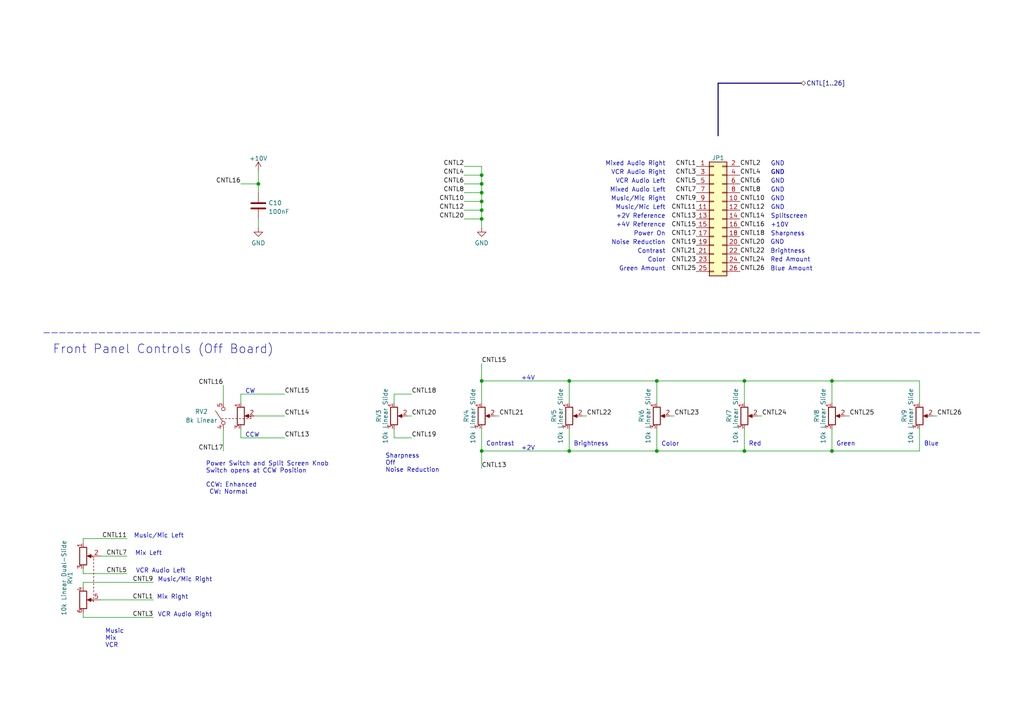
<source format=kicad_sch>
(kicad_sch (version 20211123) (generator eeschema)
  (paper "A4")
  (title_block (title "Front Panel Controls") (date "2023-07-23") (rev "4"))
  (lib_symbols
    (symbol "Connector_Generic:Conn_02x13_Odd_Even" (pin_names (offset 1.016) hide)
      (property "Reference" "J" (at 1.27 17.78 0))
      (property "Value" "Conn_02x13_Odd_Even" (at 1.27 -17.78 0))
      (symbol "Conn_02x13_Odd_Even_1_1"
        (rectangle (start -1.27 -15.113) (end 0 -15.367) (stroke (width 0.1524)))
        (rectangle (start -1.27 -12.573) (end 0 -12.827) (stroke (width 0.1524)))
        (rectangle (start -1.27 -10.033) (end 0 -10.287) (stroke (width 0.1524)))
        (rectangle (start -1.27 -7.493) (end 0 -7.747) (stroke (width 0.1524)))
        (rectangle (start -1.27 -4.953) (end 0 -5.207) (stroke (width 0.1524)))
        (rectangle (start -1.27 -2.413) (end 0 -2.667) (stroke (width 0.1524)))
        (rectangle (start -1.27 0.127) (end 0 -0.127) (stroke (width 0.1524)))
        (rectangle (start -1.27 2.667) (end 0 2.413) (stroke (width 0.1524)))
        (rectangle (start -1.27 5.207) (end 0 4.953) (stroke (width 0.1524)))
        (rectangle (start -1.27 7.747) (end 0 7.493) (stroke (width 0.1524)))
        (rectangle (start -1.27 10.287) (end 0 10.033) (stroke (width 0.1524)))
        (rectangle (start -1.27 12.827) (end 0 12.573) (stroke (width 0.1524)))
        (rectangle (start -1.27 15.367) (end 0 15.113) (stroke (width 0.1524)))
        (rectangle (start -1.27 16.51) (end 3.81 -16.51) (stroke (width 0.254)) (fill (type background)))
        (rectangle (start 3.81 -15.113) (end 2.54 -15.367) (stroke (width 0.1524)))
        (rectangle (start 3.81 -12.573) (end 2.54 -12.827) (stroke (width 0.1524)))
        (rectangle (start 3.81 -10.033) (end 2.54 -10.287) (stroke (width 0.1524)))
        (rectangle (start 3.81 -7.493) (end 2.54 -7.747) (stroke (width 0.1524)))
        (rectangle (start 3.81 -4.953) (end 2.54 -5.207) (stroke (width 0.1524)))
        (rectangle (start 3.81 -2.413) (end 2.54 -2.667) (stroke (width 0.1524)))
        (rectangle (start 3.81 0.127) (end 2.54 -0.127) (stroke (width 0.1524)))
        (rectangle (start 3.81 2.667) (end 2.54 2.413) (stroke (width 0.1524)))
        (rectangle (start 3.81 5.207) (end 2.54 4.953) (stroke (width 0.1524)))
        (rectangle (start 3.81 7.747) (end 2.54 7.493) (stroke (width 0.1524)))
        (rectangle (start 3.81 10.287) (end 2.54 10.033) (stroke (width 0.1524)))
        (rectangle (start 3.81 12.827) (end 2.54 12.573) (stroke (width 0.1524)))
        (rectangle (start 3.81 15.367) (end 2.54 15.113) (stroke (width 0.1524)))
        (pin passive line (at -5.08 15.24 0) (length 3.81) (name "Pin_1") (number "1"))
        (pin passive line (at 7.62 5.08 180) (length 3.81) (name "Pin_10") (number "10"))
        (pin passive line (at -5.08 2.54 0) (length 3.81) (name "Pin_11") (number "11"))
        (pin passive line (at 7.62 2.54 180) (length 3.81) (name "Pin_12") (number "12"))
        (pin passive line (at -5.08 0 0) (length 3.81) (name "Pin_13") (number "13"))
        (pin passive line (at 7.62 0 180) (length 3.81) (name "Pin_14") (number "14"))
        (pin passive line (at -5.08 -2.54 0) (length 3.81) (name "Pin_15") (number "15"))
        (pin passive line (at 7.62 -2.54 180) (length 3.81) (name "Pin_16") (number "16"))
        (pin passive line (at -5.08 -5.08 0) (length 3.81) (name "Pin_17") (number "17"))
        (pin passive line (at 7.62 -5.08 180) (length 3.81) (name "Pin_18") (number "18"))
        (pin passive line (at -5.08 -7.62 0) (length 3.81) (name "Pin_19") (number "19"))
        (pin passive line (at 7.62 15.24 180) (length 3.81) (name "Pin_2") (number "2"))
        (pin passive line (at 7.62 -7.62 180) (length 3.81) (name "Pin_20") (number "20"))
        (pin passive line (at -5.08 -10.16 0) (length 3.81) (name "Pin_21") (number "21"))
        (pin passive line (at 7.62 -10.16 180) (length 3.81) (name "Pin_22") (number "22"))
        (pin passive line (at -5.08 -12.7 0) (length 3.81) (name "Pin_23") (number "23"))
        (pin passive line (at 7.62 -12.7 180) (length 3.81) (name "Pin_24") (number "24"))
        (pin passive line (at -5.08 -15.24 0) (length 3.81) (name "Pin_25") (number "25"))
        (pin passive line (at 7.62 -15.24 180) (length 3.81) (name "Pin_26") (number "26"))
        (pin passive line (at -5.08 12.7 0) (length 3.81) (name "Pin_3") (number "3"))
        (pin passive line (at 7.62 12.7 180) (length 3.81) (name "Pin_4") (number "4"))
        (pin passive line (at -5.08 10.16 0) (length 3.81) (name "Pin_5") (number "5"))
        (pin passive line (at 7.62 10.16 180) (length 3.81) (name "Pin_6") (number "6"))
        (pin passive line (at -5.08 7.62 0) (length 3.81) (name "Pin_7") (number "7"))
        (pin passive line (at 7.62 7.62 180) (length 3.81) (name "Pin_8") (number "8"))
        (pin passive line (at -5.08 5.08 0) (length 3.81) (name "Pin_9") (number "9"))
      )
    )
    (symbol "Device:C" (pin_numbers hide) (pin_names (offset 0.254))
      (property "Reference" "C" (at 0.635 2.54 0))
      (property "Value" "C" (at 0.635 -2.54 0))
      (symbol "C_0_1"
        (polyline (pts (xy -2.032 -0.762) (xy 2.032 -0.762)) (stroke (width 0.508)))
        (polyline (pts (xy -2.032 0.762) (xy 2.032 0.762)) (stroke (width 0.508)))
      )
      (symbol "C_1_1"
        (pin passive line (at 0 3.81 270) (length 2.794) (name "~") (number "1"))
        (pin passive line (at 0 -3.81 90) (length 2.794) (name "~") (number "2"))
      )
    )
    (symbol "Device:R_Potentiometer" (pin_names (offset 1.016) hide)
      (property "Reference" "RV" (at -4.445 0 90))
      (property "Value" "R_Potentiometer" (at -2.54 0 90))
      (symbol "R_Potentiometer_0_1"
        (polyline (pts (xy 2.54 0) (xy 1.524 0)))
        (polyline (pts (xy 1.143 0) (xy 2.286 0.508) (xy 2.286 -0.508) (xy 1.143 0)) (fill (type outline)))
        (rectangle (start 1.016 2.54) (end -1.016 -2.54) (stroke (width 0.254)))
      )
      (symbol "R_Potentiometer_1_1"
        (pin passive line (at 0 3.81 270) (length 1.27) (name "1") (number "1"))
        (pin passive line (at 3.81 0 180) (length 1.27) (name "2") (number "2"))
        (pin passive line (at 0 -3.81 90) (length 1.27) (name "3") (number "3"))
      )
    )
    (symbol "Device:R_Potentiometer_Dual" (pin_names (offset 1.016) hide)
      (property "Reference" "RV" (at 0 3.81 0))
      (property "Value" "R_Potentiometer_Dual" (at 0 1.905 0))
      (symbol "R_Potentiometer_Dual_0_1"
        (rectangle (start -8.89 -1.524) (end -3.81 -3.556) (stroke (width 0.254)))
        (polyline (pts (xy -6.35 0) (xy -6.35 -1.016)))
        (polyline (pts (xy -6.35 0) (xy -6.35 -1.016)))
        (polyline (pts (xy -6.35 0) (xy -5.842 0.508)))
        (polyline (pts (xy -5.588 0.508) (xy -5.08 0.508)))
        (polyline (pts (xy -4.572 0.508) (xy -4.064 0.508)))
        (polyline (pts (xy -3.556 0.508) (xy -3.048 0.508)))
        (polyline (pts (xy -2.54 0.508) (xy -2.032 0.508)))
        (polyline (pts (xy -1.524 0.508) (xy -1.016 0.508)))
        (polyline (pts (xy -0.508 0.508) (xy 0 0.508)))
        (polyline (pts (xy 0.508 0.508) (xy 1.016 0.508)))
        (polyline (pts (xy 1.524 0.508) (xy 2.032 0.508)))
        (polyline (pts (xy 2.54 0.508) (xy 3.048 0.508)))
        (polyline (pts (xy 3.556 0.508) (xy 4.064 0.508)))
        (polyline (pts (xy 4.572 0.508) (xy 5.08 0.508)))
        (polyline (pts (xy 5.588 0.508) (xy 6.096 0.508)))
        (polyline (pts (xy 6.35 0) (xy 6.35 -1.016)))
        (polyline (pts (xy 6.35 0) (xy 6.35 -1.016)))
        (polyline (pts (xy 6.604 0.508) (xy 6.858 0.508) (xy 6.35 0)))
        (polyline (pts (xy -6.35 -1.397) (xy -6.858 -0.254) (xy -5.842 -0.254) (xy -6.35 -1.397)) (fill (type outline)))
        (polyline (pts (xy 6.35 -1.397) (xy 5.842 -0.254) (xy 6.858 -0.254) (xy 6.35 -1.397)) (fill (type outline)))
        (rectangle (start 3.81 -1.524) (end 8.89 -3.556) (stroke (width 0.254)))
      )
      (symbol "R_Potentiometer_Dual_1_1"
        (pin passive line (at -10.16 -2.54 0) (length 1.27) (name "1") (number "1"))
        (pin passive line (at -6.35 2.54 270) (length 2.54) (name "2") (number "2"))
        (pin passive line (at -2.54 -2.54 180) (length 1.27) (name "3") (number "3"))
        (pin passive line (at 2.54 -2.54 0) (length 1.27) (name "4") (number "4"))
        (pin passive line (at 6.35 2.54 270) (length 2.54) (name "5") (number "5"))
        (pin passive line (at 10.16 -2.54 180) (length 1.27) (name "6") (number "6"))
      )
    )
    (symbol "Videonics Proceessor Plus:R_Potentiometer_With_Switch" (pin_names hide)
      (property "Reference" "RV" (at -7.62 0 90))
      (property "Value" "R_Potentiometer_With_Switch" (at -6.35 0 90))
      (symbol "R_Potentiometer_With_Switch_0_1"
        (circle (center -2.54 -2.032) (radius 0.508) (stroke (width 0.1524)))
        (circle (center -2.54 2.032) (radius 0.508) (stroke (width 0.1524)))
        (polyline (pts (xy -2.794 -1.524) (xy -4.826 1.524)) (stroke (width 0.1524)))
        (polyline (pts (xy -2.54 -0.762) (xy -3.048 -0.762)) (stroke (width 0.1524)))
        (polyline (pts (xy -1.524 -0.762) (xy -2.032 -0.762)) (stroke (width 0.1524)))
        (polyline (pts (xy -0.508 -0.762) (xy -1.016 -0.762)) (stroke (width 0.1524)))
        (polyline (pts (xy 0.508 -0.762) (xy 0 -0.762)) (stroke (width 0.1524)))
        (polyline (pts (xy 1.524 -0.762) (xy 1.016 -0.762)) (stroke (width 0.1524)))
        (polyline (pts (xy 2.54 -0.762) (xy 2.032 -0.762)) (stroke (width 0.1524)))
        (polyline (pts (xy 3.556 -0.762) (xy 3.048 -0.762)) (stroke (width 0.1524)))
        (polyline (pts (xy 4.572 -0.762) (xy 4.064 -0.762)) (stroke (width 0.1524)))
        (polyline (pts (xy 5.08 0) (xy 5.588 -0.508)) (stroke (width 0.1524)))
        (polyline (pts (xy 5.588 -0.762) (xy 5.08 -0.762)) (stroke (width 0.1524)))
        (polyline (pts (xy 6.35 0) (xy 4.826 0)))
        (polyline (pts (xy 3.683 0) (xy 4.826 0.508) (xy 4.826 -0.508) (xy 3.683 0)) (fill (type outline)))
        (rectangle (start 3.556 2.54) (end 1.524 -2.54) (stroke (width 0.254)))
      )
      (symbol "R_Potentiometer_With_Switch_1_1"
        (pin passive line (at 2.54 3.81 270) (length 1.27) (name "1") (number "1"))
        (pin passive line (at 6.35 0 180) (length 1.27) (name "2") (number "2"))
        (pin passive line (at 2.54 -3.81 90) (length 1.27) (name "3") (number "3"))
        (pin passive line (at -2.54 -3.81 90) (length 1.27) (name "4") (number "4"))
        (pin passive line (at -2.54 3.81 270) (length 1.27) (name "5") (number "5"))
      )
    )
    (symbol "power:+10V" (power) (pin_names (offset 0))
      (property "Value" "+10V" (at 0 3.556 0))
      (symbol "+10V_0_1"
        (polyline (pts (xy -0.762 1.27) (xy 0 2.54)))
        (polyline (pts (xy 0 0) (xy 0 2.54)))
        (polyline (pts (xy 0 2.54) (xy 0.762 1.27)))
      )
      (symbol "+10V_1_1"
        (pin power_in line (at 0 0 90) (length 0) hide (name "+10V") (number "1"))
      )
    )
    (symbol "power:GND" (power) (pin_names (offset 0))
      (property "Value" "GND" (at 0 -3.81 0))
      (symbol "GND_0_1"
        (polyline (pts (xy 0 0) (xy 0 -1.27) (xy 1.27 -1.27) (xy 0 -2.54) (xy -1.27 -1.27) (xy 0 -1.27)))
      )
      (symbol "GND_1_1"
        (pin power_in line (at 0 0 270) (length 0) hide (name "GND") (number "1"))
      )
    )
  )
  (bus_alias "FRONT_PANEL" (members "SPLIT_SCREEN" "SHARP_NR" "CONTRAST" "COLOR" "RED" "GREEN" "BLUE" "POWER_ON"))
  (junction (at 165.1 130.81))
  (junction (at 241.3 130.81))
  (junction (at 139.7 53.34))
  (junction (at 139.7 55.88))
  (junction (at 241.3 110.49))
  (junction (at 139.7 50.8))
  (junction (at 74.93 53.34))
  (junction (at 190.5 130.81))
  (junction (at 139.7 110.49))
  (junction (at 190.5 110.49))
  (junction (at 165.1 110.49))
  (junction (at 139.7 60.96))
  (junction (at 215.9 110.49))
  (junction (at 139.7 58.42))
  (junction (at 139.7 63.5))
  (junction (at 139.7 130.81))
  (junction (at 215.9 130.81))
  (wire (pts (xy 24.13 156.21) (xy 36.83 156.21)))
  (wire (pts (xy 241.3 116.84) (xy 241.3 110.49)))
  (wire (pts (xy 215.9 110.49) (xy 241.3 110.49)))
  (bus (pts (xy 208.28 24.13) (xy 232.41 24.13)))
  (wire (pts (xy 134.62 60.96) (xy 139.7 60.96)))
  (wire (pts (xy 190.5 110.49) (xy 190.5 116.84)))
  (wire (pts (xy 24.13 168.91) (xy 44.45 168.91)))
  (wire (pts (xy 165.1 110.49) (xy 165.1 116.84)))
  (wire (pts (xy 219.71 120.65) (xy 220.98 120.65)))
  (wire (pts (xy 24.13 166.37) (xy 36.83 166.37)))
  (wire (pts (xy 64.77 111.76) (xy 64.77 116.84)))
  (wire (pts (xy 215.9 130.81) (xy 241.3 130.81)))
  (wire (pts (xy 29.21 173.99) (xy 44.45 173.99)))
  (wire (pts (xy 190.5 124.46) (xy 190.5 130.81)))
  (wire (pts (xy 134.62 58.42) (xy 139.7 58.42)))
  (wire (pts (xy 64.77 124.46) (xy 64.77 130.81)))
  (wire (pts (xy 168.91 120.65) (xy 170.18 120.65)))
  (wire (pts (xy 165.1 110.49) (xy 190.5 110.49)))
  (wire (pts (xy 134.62 55.88) (xy 139.7 55.88)))
  (wire (pts (xy 194.31 120.65) (xy 195.58 120.65)))
  (wire (pts (xy 139.7 53.34) (xy 139.7 55.88)))
  (polyline (pts (xy 12.7 96.52) (xy 284.48 96.52)))
  (wire (pts (xy 165.1 130.81) (xy 190.5 130.81)))
  (wire (pts (xy 114.3 116.84) (xy 114.3 114.3)))
  (wire (pts (xy 74.93 53.34) (xy 74.93 55.88)))
  (wire (pts (xy 73.66 120.65) (xy 82.55 120.65)))
  (wire (pts (xy 190.5 130.81) (xy 215.9 130.81)))
  (wire (pts (xy 139.7 130.81) (xy 139.7 135.89)))
  (wire (pts (xy 69.85 127) (xy 82.55 127)))
  (wire (pts (xy 139.7 110.49) (xy 139.7 116.84)))
  (wire (pts (xy 134.62 63.5) (xy 139.7 63.5)))
  (wire (pts (xy 69.85 53.34) (xy 74.93 53.34)))
  (wire (pts (xy 190.5 110.49) (xy 215.9 110.49)))
  (wire (pts (xy 143.51 120.65) (xy 144.78 120.65)))
  (wire (pts (xy 24.13 177.8) (xy 24.13 179.07)))
  (wire (pts (xy 74.93 63.5) (xy 74.93 66.04)))
  (wire (pts (xy 24.13 170.18) (xy 24.13 168.91)))
  (wire (pts (xy 69.85 116.84) (xy 69.85 114.3)))
  (wire (pts (xy 266.7 130.81) (xy 266.7 124.46)))
  (wire (pts (xy 69.85 124.46) (xy 69.85 127)))
  (wire (pts (xy 139.7 50.8) (xy 139.7 53.34)))
  (wire (pts (xy 74.93 49.53) (xy 74.93 53.34)))
  (wire (pts (xy 139.7 58.42) (xy 139.7 60.96)))
  (wire (pts (xy 139.7 110.49) (xy 165.1 110.49)))
  (wire (pts (xy 139.7 60.96) (xy 139.7 63.5)))
  (wire (pts (xy 270.51 120.65) (xy 271.78 120.65)))
  (wire (pts (xy 139.7 48.26) (xy 139.7 50.8)))
  (bus (pts (xy 208.28 24.13) (xy 208.28 39.37)))
  (wire (pts (xy 241.3 130.81) (xy 266.7 130.81)))
  (wire (pts (xy 24.13 157.48) (xy 24.13 156.21)))
  (wire (pts (xy 114.3 127) (xy 119.38 127)))
  (wire (pts (xy 134.62 53.34) (xy 139.7 53.34)))
  (wire (pts (xy 114.3 124.46) (xy 114.3 127)))
  (wire (pts (xy 245.11 120.65) (xy 246.38 120.65)))
  (wire (pts (xy 69.85 114.3) (xy 82.55 114.3)))
  (wire (pts (xy 139.7 130.81) (xy 165.1 130.81)))
  (wire (pts (xy 266.7 110.49) (xy 266.7 116.84)))
  (wire (pts (xy 134.62 48.26) (xy 139.7 48.26)))
  (wire (pts (xy 24.13 165.1) (xy 24.13 166.37)))
  (wire (pts (xy 241.3 124.46) (xy 241.3 130.81)))
  (wire (pts (xy 139.7 105.41) (xy 139.7 110.49)))
  (wire (pts (xy 29.21 161.29) (xy 36.83 161.29)))
  (wire (pts (xy 215.9 116.84) (xy 215.9 110.49)))
  (wire (pts (xy 134.62 50.8) (xy 139.7 50.8)))
  (wire (pts (xy 165.1 124.46) (xy 165.1 130.81)))
  (wire (pts (xy 139.7 55.88) (xy 139.7 58.42)))
  (wire (pts (xy 241.3 110.49) (xy 266.7 110.49)))
  (wire (pts (xy 139.7 63.5) (xy 139.7 66.04)))
  (wire (pts (xy 114.3 114.3) (xy 119.38 114.3)))
  (wire (pts (xy 139.7 124.46) (xy 139.7 130.81)))
  (wire (pts (xy 118.11 120.65) (xy 119.38 120.65)))
  (wire (pts (xy 24.13 179.07) (xy 44.45 179.07)))
  (wire (pts (xy 215.9 124.46) (xy 215.9 130.81)))
  (text "Mixed Audio Left" (at 193.04 55.88 180) (effects (font (size 1.27 1.27)) (justify right bottom)))
  (text "GND" (at 223.52 58.42 0) (effects (font (size 1.27 1.27)) (justify left bottom)))
  (text "Power On" (at 193.0341 68.5668 180) (effects (font (size 1.27 1.27)) (justify right bottom)))
  (text "+2V Reference" (at 193.04 63.5 180) (effects (font (size 1.27 1.27)) (justify right bottom)))
  (text "Music/Mic Left" (at 193.04 60.96 180) (effects (font (size 1.27 1.27)) (justify right bottom)))
  (text "Mixed Audio Right" (at 193.04 48.26 180) (effects (font (size 1.27 1.27)) (justify right bottom)))
  (text "GND" (at 223.52 48.26 0) (effects (font (size 1.27 1.27)) (justify left bottom)))
  (text "GND" (at 223.52 53.34 0) (effects (font (size 1.27 1.27)) (justify left bottom)))
  (text "+10V" (at 223.4743 66.0367 0) (effects (font (size 1.27 1.27)) (justify left bottom)))
  (text "GND" (at 223.52 50.8 0) (effects (font (size 1.27 1.27)) (justify left bottom)))
  (text "GND" (at 223.4273 71.0478 0) (effects (font (size 1.27 1.27)) (justify left bottom)))
  (text "VCR Audio Left" (at 193.0036 53.3229 180) (effects (font (size 1.27 1.27)) (justify right bottom)))
  (text "Green Amount" (at 193.0341 78.7392 180) (effects (font (size 1.27 1.27)) (justify right bottom)))
  (text "Front Panel Controls (Off Board)" (at 15.24 102.87 0) (effects (font (size 2.54 2.54)) (justify left bottom)))
  (text "Sharpness\nOff\nNoise Reduction" (at 111.76 137.16 0) (effects (font (size 1.27 1.27)) (justify left bottom)))
  (text "Music/Mic Right" (at 45.72 168.91 0) (effects (font (size 1.27 1.27)) (justify left bottom)))
  (text "Music\nMix\nVCR" (at 30.48 187.96 0) (effects (font (size 1.27 1.27)) (justify left bottom)))
  (text "Sharpness" (at 223.52 68.58 0) (effects (font (size 1.27 1.27)) (justify left bottom)))
  (text "Color" (at 193.0341 76.1754 180) (effects (font (size 1.27 1.27)) (justify right bottom)))
  (text "Splitscreen" (at 223.52 63.5 0) (effects (font (size 1.27 1.27)) (justify left bottom)))
  (text "+4V Reference" (at 193.0316 66.003 180) (effects (font (size 1.27 1.27)) (justify right bottom)))
  (text "Mix Left" (at 46.99 161.29 180) (effects (font (size 1.27 1.27)) (justify right bottom)))
  (text "Brightness" (at 223.4273 73.653 0) (effects (font (size 1.27 1.27)) (justify left bottom)))
  (text "GND" (at 223.52 50.8 0) (effects (font (size 1.27 1.27)) (justify left bottom)))
  (text "Noise Reduction" (at 193.04 71.12 180) (effects (font (size 1.27 1.27)) (justify right bottom)))
  (text "+2V" (at 151.13 130.81 0) (effects (font (size 1.27 1.27)) (justify left bottom)))
  (text "GND" (at 223.52 60.96 0) (effects (font (size 1.27 1.27)) (justify left bottom)))
  (text "+4V" (at 151.13 110.49 0) (effects (font (size 1.27 1.27)) (justify left bottom)))
  (text "Red" (at 217.139 129.54 0) (effects (font (size 1.27 1.27)) (justify left bottom)))
  (text "Contrast" (at 193.04 73.66 180) (effects (font (size 1.27 1.27)) (justify right bottom)))
  (text "Music/Mic Left" (at 53.34 156.21 180) (effects (font (size 1.27 1.27)) (justify right bottom)))
  (text "Red Amount" (at 223.4273 76.1341 0) (effects (font (size 1.27 1.27)) (justify left bottom)))
  (text "CCW\n" (at 71.12 127 0) (effects (font (size 1.27 1.27)) (justify left bottom)))
  (text "Green" (at 242.5287 129.54 0) (effects (font (size 1.27 1.27)) (justify left bottom)))
  (text "Brightness" (at 166.3597 129.54 0) (effects (font (size 1.27 1.27)) (justify left bottom)))
  (text "VCR Audio Right" (at 45.72 179.07 0) (effects (font (size 1.27 1.27)) (justify left bottom)))
  (text "Color" (at 191.7953 129.608 0) (effects (font (size 1.27 1.27)) (justify left bottom)))
  (text "Contrast" (at 140.97 129.54 0) (effects (font (size 1.27 1.27)) (justify left bottom)))
  (text "Power Switch and Split Screen Knob\nSwitch opens at CCW Position\n\nCCW: Enhanced\n CW: Normal" (at 59.69 143.51 0) (effects (font (size 1.27 1.27)) (justify left bottom)))
  (text "Blue Amount" (at 223.4273 78.7392 0) (effects (font (size 1.27 1.27)) (justify left bottom)))
  (text "Music/Mic Right" (at 193.04 58.42 180) (effects (font (size 1.27 1.27)) (justify right bottom)))
  (text "GND" (at 223.52 55.88 0) (effects (font (size 1.27 1.27)) (justify left bottom)))
  (text "VCR Audio Right" (at 193.04 50.8 180) (effects (font (size 1.27 1.27)) (justify right bottom)))
  (text "Mix Right" (at 54.61 173.99 180) (effects (font (size 1.27 1.27)) (justify right bottom)))
  (text "VCR Audio Left" (at 39.37 166.37 0) (effects (font (size 1.27 1.27)) (justify left bottom)))
  (text "CW" (at 71.12 114.3 0) (effects (font (size 1.27 1.27)) (justify left bottom)))
  (text "Blue" (at 267.97 129.54 0) (effects (font (size 1.27 1.27)) (justify left bottom)))
  (label "CNTL19" (at 119.38 127 0))
  (label "CNTL19" (at 201.93 71.12 180))
  (label "CNTL3" (at 201.93 50.8 180))
  (label "CNTL6" (at 214.63 53.34 0))
  (label "CNTL14" (at 82.55 120.65 0))
  (label "CNTL7" (at 36.83 161.29 180))
  (label "CNTL5" (at 201.93 53.34 180))
  (label "CNTL1" (at 44.45 173.99 180))
  (label "CNTL2" (at 134.62 48.26 180))
  (label "CNTL11" (at 36.83 156.21 180))
  (label "CNTL12" (at 134.62 60.96 180))
  (label "CNTL15" (at 139.7 105.41 0))
  (label "CNTL12" (at 214.63 60.96 0))
  (label "CNTL21" (at 201.93 73.66 180))
  (label "CNTL6" (at 134.62 53.34 180))
  (label "CNTL8" (at 214.63 55.88 0))
  (label "CNTL13" (at 82.55 127 0))
  (label "CNTL14" (at 214.63 63.5 0))
  (label "CNTL1" (at 201.93 48.26 180))
  (label "CNTL4" (at 134.62 50.8 180))
  (label "CNTL4" (at 214.63 50.8 0))
  (label "CNTL15" (at 82.55 114.3 0))
  (label "CNTL25" (at 201.93 78.74 180))
  (label "CNTL13" (at 201.93 63.5 180))
  (label "CNTL18" (at 119.38 114.3 0))
  (label "CNTL22" (at 170.18 120.65 0))
  (label "CNTL16" (at 64.77 111.76 180))
  (label "CNTL18" (at 214.63 68.58 0))
  (label "CNTL20" (at 119.38 120.65 0))
  (label "CNTL23" (at 201.93 76.2 180))
  (label "CNTL3" (at 44.45 179.07 180))
  (label "CNTL26" (at 214.63 78.74 0))
  (label "CNTL20" (at 214.63 71.12 0))
  (label "CNTL25" (at 246.38 120.65 0))
  (label "CNTL10" (at 134.62 58.42 180))
  (label "CNTL22" (at 214.63 73.66 0))
  (label "CNTL20" (at 134.62 63.5 180))
  (label "CNTL10" (at 214.63 58.42 0))
  (label "CNTL7" (at 201.93 55.88 180))
  (label "CNTL13" (at 139.7 135.89 0))
  (label "CNTL16" (at 214.63 66.04 0))
  (label "CNTL8" (at 134.62 55.88 180))
  (label "CNTL15" (at 201.93 66.04 180))
  (label "CNTL17" (at 64.77 130.81 180))
  (label "CNTL11" (at 201.93 60.96 180))
  (label "CNTL26" (at 271.78 120.65 0))
  (label "CNTL9" (at 201.93 58.42 180))
  (label "CNTL21" (at 144.78 120.65 0))
  (label "CNTL2" (at 214.63 48.26 0))
  (label "CNTL23" (at 195.58 120.65 0))
  (label "CNTL16" (at 69.85 53.34 180))
  (label "CNTL9" (at 44.45 168.91 180))
  (label "CNTL24" (at 220.98 120.65 0))
  (label "CNTL5" (at 36.83 166.37 180))
  (label "CNTL24" (at 214.63 76.2 0))
  (label "CNTL17" (at 201.93 68.58 180))
  (hierarchical_label "CNTL[1..26]" (shape bidirectional) (at 232.41 24.13 0))
  (symbol (lib_id "Device:R_Potentiometer") (at 190.5 120.65 0) (unit 1) (on_board no)
    (property "Reference" "RV6" (at 186.055 120.65 90))
    (property "Value" "10k Linear Slide" (at 187.96 120.65 90))
  )
  (symbol (lib_id "Device:C") (at 74.93 59.69 0) (unit 1)
    (property "Reference" "C10" (at 77.851 58.8553 0) (effects (justify left)))
    (property "Value" "100nF" (at 77.851 61.3922 0) (effects (justify left)))
  )
  (symbol (lib_id "Device:R_Potentiometer") (at 215.9 120.65 0) (unit 1) (on_board no)
    (property "Reference" "RV7" (at 211.455 120.65 90))
    (property "Value" "10k Linear Slide" (at 213.36 120.65 90))
  )
  (symbol (lib_id "power:GND") (at 139.7 66.04 0) (unit 1)
    (property "Reference" "#PWR0191" (effects hide))
    (property "Value" "GND" (at 139.7 70.4834 0))
  )
  (symbol (lib_id "Device:R_Potentiometer") (at 114.3 120.65 0) (unit 1) (on_board no)
    (property "Reference" "RV3" (at 109.855 120.65 90))
    (property "Value" "10k Linear Slide" (at 111.76 120.65 90))
  )
  (symbol (lib_id "Device:R_Potentiometer_Dual") (at 26.67 167.64 270) (unit 1) (on_board no)
    (property "Reference" "RV1" (at 20.32 167.64 0))
    (property "Value" "10k Linear Dual-Slide" (at 18.5467 167.64 0))
  )
  (symbol (lib_id "Device:R_Potentiometer") (at 241.3 120.65 0) (unit 1) (on_board no)
    (property "Reference" "RV8" (at 236.855 120.65 90))
    (property "Value" "10k Linear Slide" (at 238.76 120.65 90))
  )
  (symbol (lib_id "Videonics Proceessor Plus:R_Potentiometer_With_Switch") (at 67.31 120.65 0) (unit 1) (on_board no)
    (property "Reference" "RV2" (at 58.42 119.38 0))
    (property "Value" "8k Linear" (at 58.42 121.92 0))
  )
  (symbol (lib_id "Connector_Generic:Conn_02x13_Odd_Even") (at 207.01 63.5 0) (unit 1)
    (property "Reference" "JP1" (at 208.28 45.8272 0))
    (property "Value" "Conn_02x13_Odd_Even" (effects hide))
  )
  (symbol (lib_id "Device:R_Potentiometer") (at 139.7 120.65 0) (unit 1) (on_board no)
    (property "Reference" "RV4" (at 135.255 120.65 90))
    (property "Value" "10k Linear Slide" (at 137.16 120.65 90))
  )
  (symbol (lib_id "Device:R_Potentiometer") (at 266.7 120.65 0) (unit 1) (on_board no)
    (property "Reference" "RV9" (at 262.255 120.65 90))
    (property "Value" "10k Linear Slide" (at 264.16 120.65 90))
  )
  (symbol (lib_id "power:+10V") (at 74.93 49.53 0) (unit 1)
    (property "Reference" "#PWR0138" (effects hide))
    (property "Value" "+10V" (at 74.93 45.9542 0))
  )
  (symbol (lib_id "power:GND") (at 74.93 66.04 0) (unit 1)
    (property "Reference" "#PWR0134" (effects hide))
    (property "Value" "GND" (at 74.93 70.4834 0))
  )
  (symbol (lib_id "Device:R_Potentiometer") (at 165.1 120.65 0) (unit 1) (on_board no)
    (property "Reference" "RV5" (at 160.655 120.65 90))
    (property "Value" "10k Linear Slide" (at 162.56 120.65 90))
  )
)
</source>
